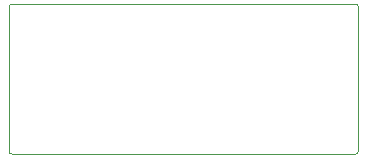
<source format=gm1>
G04 #@! TF.GenerationSoftware,KiCad,Pcbnew,(5.1.0-47-g8a7e501fe)*
G04 #@! TF.CreationDate,2019-04-01T01:15:26-05:00*
G04 #@! TF.ProjectId,usb_c_wien_bridge,7573625f-635f-4776-9965-6e5f62726964,0.1a*
G04 #@! TF.SameCoordinates,Original*
G04 #@! TF.FileFunction,Profile,NP*
%FSLAX46Y46*%
G04 Gerber Fmt 4.6, Leading zero omitted, Abs format (unit mm)*
G04 Created by KiCad (PCBNEW (5.1.0-47-g8a7e501fe)) date 2019-04-01 01:15:26*
%MOMM*%
%LPD*%
G04 APERTURE LIST*
%ADD10C,0.025400*%
G04 APERTURE END LIST*
D10*
X155321000Y-89535000D02*
G75*
G02X155575000Y-89789000I0J-254000D01*
G01*
X155575000Y-101981000D02*
G75*
G02X155321000Y-102235000I-254000J0D01*
G01*
X126238000Y-102235000D02*
G75*
G02X125984000Y-101981000I0J254000D01*
G01*
X125984000Y-89789000D02*
G75*
G02X126238000Y-89535000I254000J0D01*
G01*
X155321000Y-89535000D02*
X126238000Y-89535000D01*
X155575000Y-101981000D02*
X155575000Y-89789000D01*
X126238000Y-102235000D02*
X155321000Y-102235000D01*
X125984000Y-89789000D02*
X125984000Y-101981000D01*
M02*

</source>
